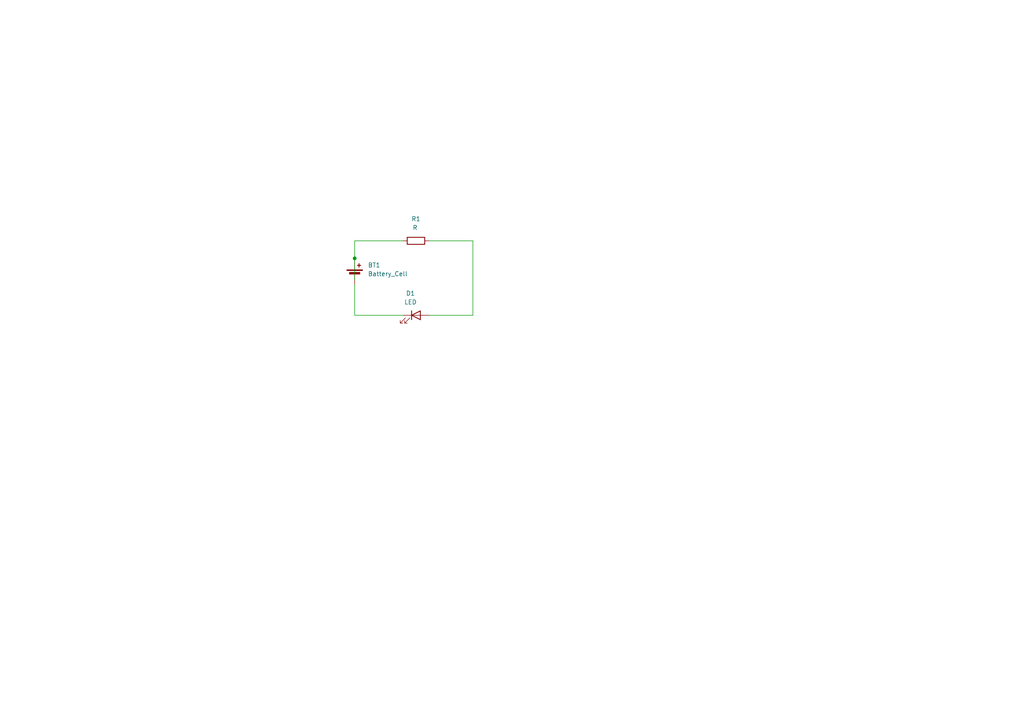
<source format=kicad_sch>
(kicad_sch (version 20231120) (generator "eeschema") (generator_version "8.0")
  (paper "A4")
  (lib_symbols
    (symbol "Device:Battery_Cell" (pin_numbers hide) (pin_names (offset 0) hide)
      (property "Reference" "BT" (at 2.54 2.54 0))
      (property "Value" "Battery_Cell" (at 2.54 0 0))
      (symbol "Battery_Cell_0_1"
        (rectangle (start -2.286 1.778) (end 2.286 1.524) (fill (type outline)))
        (rectangle (start -1.524 1.016) (end 1.524 0.508) (fill (type outline)))
        (polyline (pts (xy 0 0.762) (xy 0 0)))
        (polyline (pts (xy 0 1.778) (xy 0 2.54)))
        (polyline (pts (xy 0.762 3.048) (xy 1.778 3.048)) (stroke (width 0.254)))
        (polyline (pts (xy 1.27 3.556) (xy 1.27 2.54)) (stroke (width 0.254)))
      )
      (symbol "Battery_Cell_1_1"
        (pin passive line (at 0 5.08 270) (length 2.54) (name "+") (number "1"))
        (pin passive line (at 0 -2.54 90) (length 2.54) (name "-") (number "2"))
      )
    )
    (symbol "Device:LED" (pin_numbers hide) (pin_names (offset 1.016) hide)
      (property "Reference" "D" (at 0 2.54 0))
      (property "Value" "LED" (at 0 -2.54 0))
      (symbol "LED_0_1"
        (polyline (pts (xy -1.27 -1.27) (xy -1.27 1.27)) (stroke (width 0.254)))
        (polyline (pts (xy -1.27 0) (xy 1.27 0)))
        (polyline (pts (xy 1.27 -1.27) (xy 1.27 1.27) (xy -1.27 0) (xy 1.27 -1.27)) (stroke (width 0.254)))
        (polyline (pts (xy -3.048 -0.762) (xy -4.572 -2.286) (xy -3.81 -2.286) (xy -4.572 -2.286) (xy -4.572 -1.524)))
        (polyline (pts (xy -1.778 -0.762) (xy -3.302 -2.286) (xy -2.54 -2.286) (xy -3.302 -2.286) (xy -3.302 -1.524)))
      )
      (symbol "LED_1_1"
        (pin passive line (at -3.81 0 0) (length 2.54) (name "K") (number "1"))
        (pin passive line (at 3.81 0 180) (length 2.54) (name "A") (number "2"))
      )
    )
    (symbol "Device:R" (pin_numbers hide) (pin_names (offset 0))
      (property "Reference" "R" (at 2.032 0 90))
      (property "Value" "R" (at 0 0 90))
      (symbol "R_0_1"
        (rectangle (start -1.016 -2.54) (end 1.016 2.54) (stroke (width 0.254)))
      )
      (symbol "R_1_1"
        (pin passive line (at 0 3.81 270) (length 1.27) (name "~") (number "1"))
        (pin passive line (at 0 -3.81 90) (length 1.27) (name "~") (number "2"))
      )
    )
  )
  (junction (at 102.87 74.93))
  (wire (pts (xy 116.84 91.44) (xy 102.87 91.44)))
  (wire (pts (xy 102.87 74.93) (xy 102.87 69.85)))
  (wire (pts (xy 102.87 81.28) (xy 102.87 74.93)))
  (wire (pts (xy 102.87 82.55) (xy 102.87 91.44)))
  (wire (pts (xy 102.87 69.85) (xy 116.84 69.85)))
  (wire (pts (xy 137.16 91.44) (xy 124.46 91.44)))
  (wire (pts (xy 124.46 69.85) (xy 137.16 69.85)))
  (wire (pts (xy 137.16 69.85) (xy 137.16 91.44)))
  (symbol (lib_id "Device:Battery_Cell") (at 102.87 80.01 0) (unit 1)
    (property "Reference" "BT1" (at 106.68 76.8984 0) (effects (justify left)))
    (property "Value" "Battery_Cell" (at 106.68 79.4384 0) (effects (justify left)))
    (property "Footprint" "FS_3_Global_Footprint_Library:MS621FE-FL11E_SEC" (effects (hide yes)))
    (property "Description" "Single-cell battery" (effects (hide yes)))
  )
  (symbol (lib_id "Device:R") (at 120.65 69.85 90) (unit 1)
    (property "Reference" "R1" (at 120.65 63.5 90))
    (property "Value" "R" (at 120.396 66.04 90))
    (property "Footprint" "LED_SMD:LED_0805_2012Metric_Pad1.15x1.40mm_HandSolder" (effects (hide yes)))
    (property "Description" "Resistor" (effects (hide yes)))
  )
  (symbol (lib_id "Device:LED") (at 120.65 91.44 0) (unit 1)
    (property "Reference" "D1" (at 119.0625 85.09 0))
    (property "Value" "LED" (at 119.0625 87.63 0))
    (property "Footprint" "LED_SMD:LED_0805_2012Metric_Pad1.15x1.40mm_HandSolder" (effects (hide yes)))
    (property "Description" "Light emitting diode" (effects (hide yes)))
  )
)
</source>
